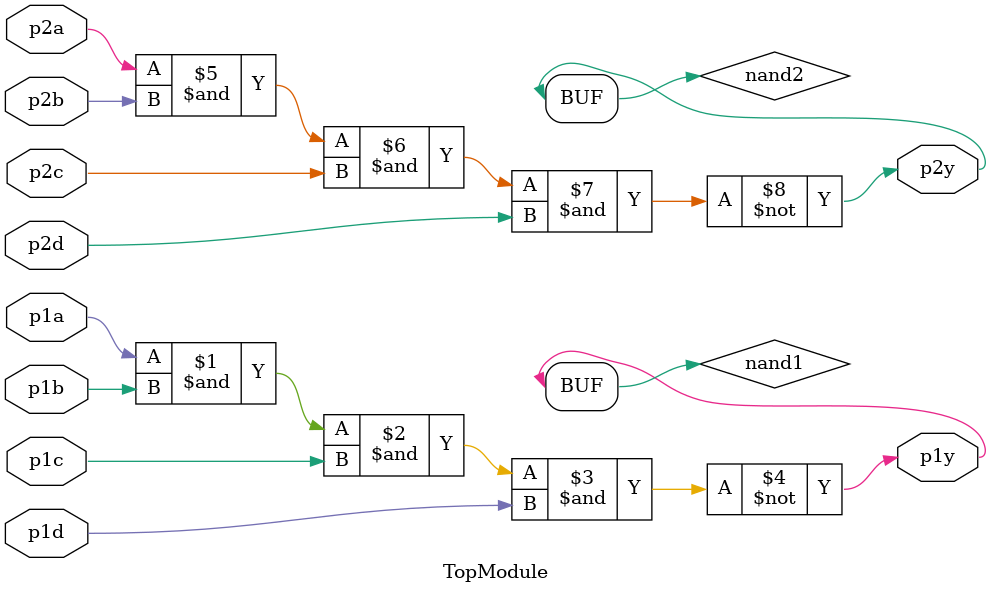
<source format=sv>

module TopModule (
    input p1a,
    input p1b,
    input p1c,
    input p1d,
    output p1y,
    input p2a,
    input p2b,
    input p2c,
    input p2d,
    output p2y
);
    
    // For the first NAND gate (p1y)
    wire nand1;
    assign nand1 = ~(p1a & p1b & p1c & p1d);
    assign p1y = nand1;

    // For the second NAND gate (p2y)
    wire nand2;
    assign nand2 = ~(p2a & p2b & p2c & p2d);
    assign p2y = nand2;
    
endmodule

// VERILOG-EVAL: errant inclusion of module definition

</source>
